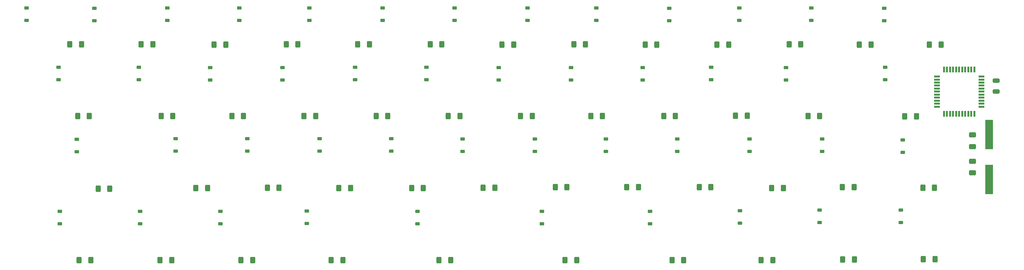
<source format=gbr>
%TF.GenerationSoftware,KiCad,Pcbnew,8.0.8-8.0.8-0~ubuntu24.04.1*%
%TF.CreationDate,2025-01-23T16:14:33-05:00*%
%TF.ProjectId,40 Keyboard,3430204b-6579-4626-9f61-72642e6b6963,4*%
%TF.SameCoordinates,Original*%
%TF.FileFunction,Paste,Bot*%
%TF.FilePolarity,Positive*%
%FSLAX46Y46*%
G04 Gerber Fmt 4.6, Leading zero omitted, Abs format (unit mm)*
G04 Created by KiCad (PCBNEW 8.0.8-8.0.8-0~ubuntu24.04.1) date 2025-01-23 16:14:33*
%MOMM*%
%LPD*%
G01*
G04 APERTURE LIST*
G04 Aperture macros list*
%AMRoundRect*
0 Rectangle with rounded corners*
0 $1 Rounding radius*
0 $2 $3 $4 $5 $6 $7 $8 $9 X,Y pos of 4 corners*
0 Add a 4 corners polygon primitive as box body*
4,1,4,$2,$3,$4,$5,$6,$7,$8,$9,$2,$3,0*
0 Add four circle primitives for the rounded corners*
1,1,$1+$1,$2,$3*
1,1,$1+$1,$4,$5*
1,1,$1+$1,$6,$7*
1,1,$1+$1,$8,$9*
0 Add four rect primitives between the rounded corners*
20,1,$1+$1,$2,$3,$4,$5,0*
20,1,$1+$1,$4,$5,$6,$7,0*
20,1,$1+$1,$6,$7,$8,$9,0*
20,1,$1+$1,$8,$9,$2,$3,0*%
G04 Aperture macros list end*
%ADD10RoundRect,0.225000X-0.375000X0.225000X-0.375000X-0.225000X0.375000X-0.225000X0.375000X0.225000X0*%
%ADD11RoundRect,0.250000X-0.400000X-0.625000X0.400000X-0.625000X0.400000X0.625000X-0.400000X0.625000X0*%
%ADD12RoundRect,0.250000X0.400000X0.625000X-0.400000X0.625000X-0.400000X-0.625000X0.400000X-0.625000X0*%
%ADD13RoundRect,0.225000X0.375000X-0.225000X0.375000X0.225000X-0.375000X0.225000X-0.375000X-0.225000X0*%
%ADD14R,2.000000X7.875000*%
%ADD15RoundRect,0.250000X-0.650000X0.412500X-0.650000X-0.412500X0.650000X-0.412500X0.650000X0.412500X0*%
%ADD16RoundRect,0.250000X0.650000X-0.325000X0.650000X0.325000X-0.650000X0.325000X-0.650000X-0.325000X0*%
%ADD17R,1.500000X0.500000*%
%ADD18R,0.500000X1.500000*%
%ADD19RoundRect,0.250000X0.650000X-0.412500X0.650000X0.412500X-0.650000X0.412500X-0.650000X-0.412500X0*%
G04 APERTURE END LIST*
D10*
%TO.C,D32*%
X153200000Y-107700000D03*
X153200000Y-111000000D03*
%TD*%
%TO.C,D37*%
X250600000Y-107900000D03*
X250600000Y-111200000D03*
%TD*%
D11*
%TO.C,R10*%
X182400000Y-82600000D03*
X185500000Y-82600000D03*
%TD*%
D10*
%TO.C,D25*%
X245900000Y-88600000D03*
X245900000Y-91900000D03*
%TD*%
%TO.C,D1*%
X250100000Y-126600000D03*
X250100000Y-129900000D03*
%TD*%
D12*
%TO.C,R25*%
X152500000Y-101600000D03*
X149400000Y-101600000D03*
%TD*%
D10*
%TO.C,D24*%
X219700000Y-88700000D03*
X219700000Y-92000000D03*
%TD*%
D12*
%TO.C,R30*%
X254200000Y-101700000D03*
X251100000Y-101700000D03*
%TD*%
D13*
%TO.C,D10*%
X169500000Y-76200000D03*
X169500000Y-72900000D03*
%TD*%
D12*
%TO.C,R49*%
X192600000Y-139900000D03*
X189500000Y-139900000D03*
%TD*%
D13*
%TO.C,D3*%
X36600000Y-76300000D03*
X36600000Y-73000000D03*
%TD*%
%TO.C,D6*%
X93500000Y-76200000D03*
X93500000Y-72900000D03*
%TD*%
D12*
%TO.C,R24*%
X133400000Y-101600000D03*
X130300000Y-101600000D03*
%TD*%
D13*
%TO.C,D9*%
X151300000Y-76200000D03*
X151300000Y-72900000D03*
%TD*%
D11*
%TO.C,R13*%
X239100000Y-82600000D03*
X242200000Y-82600000D03*
%TD*%
D14*
%TO.C,Y1*%
X273400000Y-106525000D03*
X273400000Y-118400000D03*
%TD*%
D10*
%TO.C,D47*%
X207500000Y-126700000D03*
X207500000Y-130000000D03*
%TD*%
%TO.C,D40*%
X70000000Y-126900000D03*
X70000000Y-130200000D03*
%TD*%
D11*
%TO.C,R5*%
X87400000Y-82500000D03*
X90500000Y-82500000D03*
%TD*%
D10*
%TO.C,D16*%
X67300000Y-88700000D03*
X67300000Y-92000000D03*
%TD*%
D12*
%TO.C,R39*%
X199800000Y-120500000D03*
X196700000Y-120500000D03*
%TD*%
D10*
%TO.C,D30*%
X115200000Y-107600000D03*
X115200000Y-110900000D03*
%TD*%
D11*
%TO.C,R9*%
X163500000Y-82500000D03*
X166600000Y-82500000D03*
%TD*%
D12*
%TO.C,R51*%
X237800000Y-139700000D03*
X234700000Y-139700000D03*
%TD*%
%TO.C,R15*%
X35300000Y-101600000D03*
X32200000Y-101600000D03*
%TD*%
D10*
%TO.C,D36*%
X229200000Y-107700000D03*
X229200000Y-111000000D03*
%TD*%
%TO.C,D39*%
X48700000Y-126900000D03*
X48700000Y-130200000D03*
%TD*%
%TO.C,D43*%
X183700000Y-126900000D03*
X183700000Y-130200000D03*
%TD*%
D12*
%TO.C,R21*%
X76100000Y-101600000D03*
X73000000Y-101600000D03*
%TD*%
D11*
%TO.C,R12*%
X220500000Y-82500000D03*
X223600000Y-82500000D03*
%TD*%
%TO.C,R4*%
X68300000Y-82600000D03*
X71400000Y-82600000D03*
%TD*%
D10*
%TO.C,D27*%
X58100000Y-107600000D03*
X58100000Y-110900000D03*
%TD*%
%TO.C,D18*%
X105600000Y-88600000D03*
X105600000Y-91900000D03*
%TD*%
D13*
%TO.C,D13*%
X226400000Y-76200000D03*
X226400000Y-72900000D03*
%TD*%
D11*
%TO.C,R2*%
X30100000Y-82500000D03*
X33200000Y-82500000D03*
%TD*%
%TO.C,R7*%
X125500000Y-82500000D03*
X128600000Y-82500000D03*
%TD*%
D13*
%TO.C,D5*%
X75000000Y-76200000D03*
X75000000Y-72900000D03*
%TD*%
%TO.C,D4*%
X55900000Y-76200000D03*
X55900000Y-72900000D03*
%TD*%
D11*
%TO.C,R11*%
X201400000Y-82600000D03*
X204500000Y-82600000D03*
%TD*%
D12*
%TO.C,R37*%
X161700000Y-120500000D03*
X158600000Y-120500000D03*
%TD*%
D15*
%TO.C,C6*%
X269000000Y-106600000D03*
X269000000Y-109725000D03*
%TD*%
D11*
%TO.C,R3*%
X49000000Y-82500000D03*
X52100000Y-82500000D03*
%TD*%
D10*
%TO.C,D38*%
X27500000Y-126900000D03*
X27500000Y-130200000D03*
%TD*%
%TO.C,D19*%
X124500000Y-88600000D03*
X124500000Y-91900000D03*
%TD*%
%TO.C,D28*%
X77100000Y-107600000D03*
X77100000Y-110900000D03*
%TD*%
D12*
%TO.C,R46*%
X102400000Y-139900000D03*
X99300000Y-139900000D03*
%TD*%
D11*
%TO.C,R6*%
X106300000Y-82500000D03*
X109400000Y-82500000D03*
%TD*%
D10*
%TO.C,D23*%
X199900000Y-88600000D03*
X199900000Y-91900000D03*
%TD*%
D12*
%TO.C,R50*%
X216200000Y-139900000D03*
X213100000Y-139900000D03*
%TD*%
%TO.C,R44*%
X57100000Y-139900000D03*
X54000000Y-139900000D03*
%TD*%
D10*
%TO.C,D42*%
X122100000Y-126900000D03*
X122100000Y-130200000D03*
%TD*%
D12*
%TO.C,R47*%
X130900000Y-139900000D03*
X127800000Y-139900000D03*
%TD*%
D16*
%TO.C,C7*%
X275300000Y-95100000D03*
X275300000Y-92150000D03*
%TD*%
D10*
%TO.C,D44*%
X155100000Y-126900000D03*
X155100000Y-130200000D03*
%TD*%
D12*
%TO.C,R40*%
X219000000Y-120700000D03*
X215900000Y-120700000D03*
%TD*%
D10*
%TO.C,D46*%
X228600000Y-126600000D03*
X228600000Y-129900000D03*
%TD*%
%TO.C,D29*%
X96200000Y-107600000D03*
X96200000Y-110900000D03*
%TD*%
D12*
%TO.C,R32*%
X66600000Y-120700000D03*
X63500000Y-120700000D03*
%TD*%
D10*
%TO.C,D31*%
X134100000Y-107700000D03*
X134100000Y-111000000D03*
%TD*%
%TO.C,D41*%
X92800000Y-126800000D03*
X92800000Y-130100000D03*
%TD*%
D12*
%TO.C,R42*%
X259000000Y-120600000D03*
X255900000Y-120600000D03*
%TD*%
%TO.C,R26*%
X171100000Y-101600000D03*
X168000000Y-101600000D03*
%TD*%
D13*
%TO.C,D2*%
X18700000Y-76200000D03*
X18700000Y-72900000D03*
%TD*%
D12*
%TO.C,R33*%
X85500000Y-120600000D03*
X82400000Y-120600000D03*
%TD*%
%TO.C,R1*%
X259100000Y-139600000D03*
X256000000Y-139600000D03*
%TD*%
%TO.C,R45*%
X78500000Y-139900000D03*
X75400000Y-139900000D03*
%TD*%
D10*
%TO.C,D35*%
X210000000Y-107700000D03*
X210000000Y-111000000D03*
%TD*%
%TO.C,D14*%
X27100000Y-88600000D03*
X27100000Y-91900000D03*
%TD*%
D12*
%TO.C,R38*%
X180600000Y-120500000D03*
X177500000Y-120500000D03*
%TD*%
D13*
%TO.C,D11*%
X188800000Y-76300000D03*
X188800000Y-73000000D03*
%TD*%
D12*
%TO.C,R34*%
X104400000Y-120700000D03*
X101300000Y-120700000D03*
%TD*%
D10*
%TO.C,D22*%
X181700000Y-88700000D03*
X181700000Y-92000000D03*
%TD*%
%TO.C,D33*%
X172000000Y-107700000D03*
X172000000Y-111000000D03*
%TD*%
D12*
%TO.C,R28*%
X209400000Y-101500000D03*
X206300000Y-101500000D03*
%TD*%
%TO.C,R31*%
X40700000Y-120900000D03*
X37600000Y-120900000D03*
%TD*%
D13*
%TO.C,D7*%
X112900000Y-76200000D03*
X112900000Y-72900000D03*
%TD*%
D12*
%TO.C,R22*%
X95200000Y-101600000D03*
X92100000Y-101600000D03*
%TD*%
%TO.C,R23*%
X114300000Y-101600000D03*
X111200000Y-101600000D03*
%TD*%
%TO.C,R41*%
X237700000Y-120500000D03*
X234600000Y-120500000D03*
%TD*%
D17*
%TO.C,U2*%
X271400000Y-91100000D03*
X271400000Y-91900000D03*
X271400000Y-92700000D03*
X271400000Y-93500000D03*
X271400000Y-94300000D03*
X271400000Y-95100000D03*
X271400000Y-95900000D03*
X271400000Y-96700000D03*
X271400000Y-97500000D03*
X271400000Y-98300000D03*
X271400000Y-99100000D03*
D18*
X269500000Y-101000000D03*
X268700000Y-101000000D03*
X267900000Y-101000000D03*
X267100000Y-101000000D03*
X266300000Y-101000000D03*
X265500000Y-101000000D03*
X264700000Y-101000000D03*
X263900000Y-101000000D03*
X263100000Y-101000000D03*
X262300000Y-101000000D03*
X261500000Y-101000000D03*
D17*
X259600000Y-99100000D03*
X259600000Y-98300000D03*
X259600000Y-97500000D03*
X259600000Y-96700000D03*
X259600000Y-95900000D03*
X259600000Y-95100000D03*
X259600000Y-94300000D03*
X259600000Y-93500000D03*
X259600000Y-92700000D03*
X259600000Y-91900000D03*
X259600000Y-91100000D03*
D18*
X261500000Y-89200000D03*
X262300000Y-89200000D03*
X263100000Y-89200000D03*
X263900000Y-89200000D03*
X264700000Y-89200000D03*
X265500000Y-89200000D03*
X266300000Y-89200000D03*
X267100000Y-89200000D03*
X267900000Y-89200000D03*
X268700000Y-89200000D03*
X269500000Y-89200000D03*
%TD*%
D10*
%TO.C,D17*%
X86400000Y-88700000D03*
X86400000Y-92000000D03*
%TD*%
%TO.C,D21*%
X162800000Y-88700000D03*
X162800000Y-92000000D03*
%TD*%
D11*
%TO.C,R8*%
X144500000Y-82600000D03*
X147600000Y-82600000D03*
%TD*%
D12*
%TO.C,R43*%
X35700000Y-139900000D03*
X32600000Y-139900000D03*
%TD*%
D13*
%TO.C,D45*%
X245700000Y-76300000D03*
X245700000Y-73000000D03*
%TD*%
%TO.C,D12*%
X207300000Y-76200000D03*
X207300000Y-72900000D03*
%TD*%
D10*
%TO.C,D15*%
X48400000Y-88600000D03*
X48400000Y-91900000D03*
%TD*%
D12*
%TO.C,R48*%
X164300000Y-139900000D03*
X161200000Y-139900000D03*
%TD*%
%TO.C,R36*%
X142600000Y-120600000D03*
X139500000Y-120600000D03*
%TD*%
%TO.C,R35*%
X123700000Y-120700000D03*
X120600000Y-120700000D03*
%TD*%
D10*
%TO.C,D20*%
X143600000Y-88700000D03*
X143600000Y-92000000D03*
%TD*%
D13*
%TO.C,D8*%
X132000000Y-76200000D03*
X132000000Y-72900000D03*
%TD*%
D12*
%TO.C,R20*%
X57400000Y-101600000D03*
X54300000Y-101600000D03*
%TD*%
%TO.C,R29*%
X228600000Y-101600000D03*
X225500000Y-101600000D03*
%TD*%
D19*
%TO.C,C5*%
X269000000Y-116700000D03*
X269000000Y-113575000D03*
%TD*%
D12*
%TO.C,R14*%
X260700000Y-82600000D03*
X257600000Y-82600000D03*
%TD*%
D10*
%TO.C,D26*%
X32000000Y-107800000D03*
X32000000Y-111100000D03*
%TD*%
%TO.C,D34*%
X190900000Y-107700000D03*
X190900000Y-111000000D03*
%TD*%
D12*
%TO.C,R27*%
X190400000Y-101600000D03*
X187300000Y-101600000D03*
%TD*%
M02*

</source>
